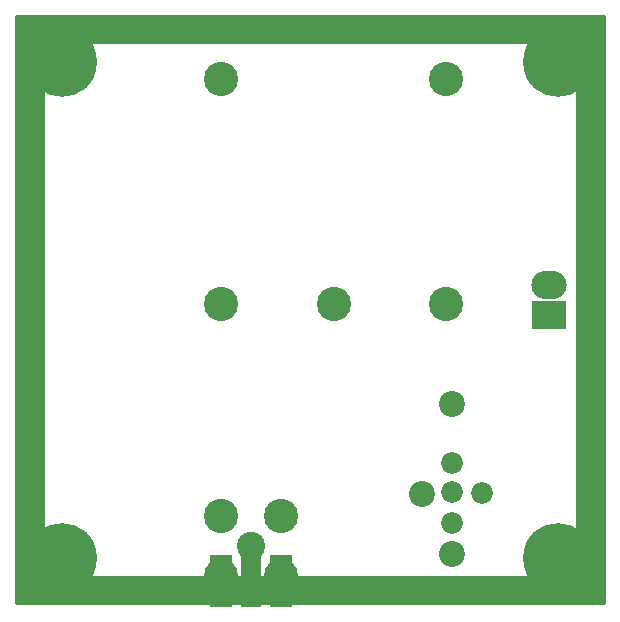
<source format=gbr>
G04 #@! TF.FileFunction,Soldermask,Top*
%FSLAX46Y46*%
G04 Gerber Fmt 4.6, Leading zero omitted, Abs format (unit mm)*
G04 Created by KiCad (PCBNEW 4.0.7) date 01/05/18 16:32:01*
%MOMM*%
%LPD*%
G01*
G04 APERTURE LIST*
%ADD10C,0.100000*%
%ADD11R,3.000000X2.400000*%
%ADD12O,3.000000X2.400000*%
%ADD13C,5.900000*%
%ADD14C,2.398980*%
%ADD15C,2.899360*%
%ADD16R,1.800000X4.400000*%
%ADD17R,1.900000X4.400000*%
%ADD18C,2.900000*%
%ADD19C,2.200000*%
%ADD20C,1.840000*%
%ADD21C,0.254000*%
G04 APERTURE END LIST*
D10*
D11*
X125250000Y-70500000D03*
D12*
X125250000Y-67960000D03*
D13*
X126000000Y-49000000D03*
D14*
X100000000Y-90000000D03*
D15*
X102540000Y-87460000D03*
X102540000Y-92540000D03*
X97460000Y-92540000D03*
X97460000Y-87460000D03*
D13*
X84000000Y-49000000D03*
X126000000Y-91000000D03*
X84000000Y-91000000D03*
D16*
X100000000Y-93000000D03*
D17*
X102540000Y-93000000D03*
X97460000Y-93000000D03*
D18*
X97475000Y-50475000D03*
X116525000Y-50475000D03*
X116525000Y-69525000D03*
X97475000Y-69525000D03*
X107000000Y-69525000D03*
D19*
X117000000Y-78000000D03*
X114460000Y-85620000D03*
X117000000Y-90700000D03*
D20*
X117000000Y-83000000D03*
X119540000Y-85540000D03*
X117000000Y-88080000D03*
X117000000Y-88100000D03*
X117000000Y-85460000D03*
X117000000Y-83000000D03*
D21*
G36*
X129873000Y-94873000D02*
X80127000Y-94873000D01*
X80127000Y-47500000D01*
X82373000Y-47500000D01*
X82373000Y-92500000D01*
X82383006Y-92549410D01*
X82411447Y-92591035D01*
X82453841Y-92618315D01*
X82500000Y-92627000D01*
X127500000Y-92627000D01*
X127549410Y-92616994D01*
X127591035Y-92588553D01*
X127618315Y-92546159D01*
X127627000Y-92500000D01*
X127627000Y-47500000D01*
X127616994Y-47450590D01*
X127588553Y-47408965D01*
X127546159Y-47381685D01*
X127500000Y-47373000D01*
X82500000Y-47373000D01*
X82450590Y-47383006D01*
X82408965Y-47411447D01*
X82381685Y-47453841D01*
X82373000Y-47500000D01*
X80127000Y-47500000D01*
X80127000Y-45127000D01*
X129873000Y-45127000D01*
X129873000Y-94873000D01*
X129873000Y-94873000D01*
G37*
X129873000Y-94873000D02*
X80127000Y-94873000D01*
X80127000Y-47500000D01*
X82373000Y-47500000D01*
X82373000Y-92500000D01*
X82383006Y-92549410D01*
X82411447Y-92591035D01*
X82453841Y-92618315D01*
X82500000Y-92627000D01*
X127500000Y-92627000D01*
X127549410Y-92616994D01*
X127591035Y-92588553D01*
X127618315Y-92546159D01*
X127627000Y-92500000D01*
X127627000Y-47500000D01*
X127616994Y-47450590D01*
X127588553Y-47408965D01*
X127546159Y-47381685D01*
X127500000Y-47373000D01*
X82500000Y-47373000D01*
X82450590Y-47383006D01*
X82408965Y-47411447D01*
X82381685Y-47453841D01*
X82373000Y-47500000D01*
X80127000Y-47500000D01*
X80127000Y-45127000D01*
X129873000Y-45127000D01*
X129873000Y-94873000D01*
M02*

</source>
